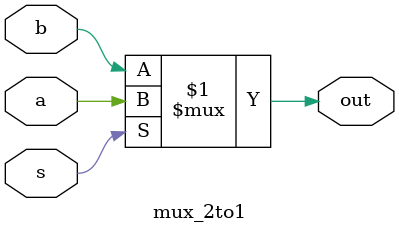
<source format=v>
`timescale 1ns / 1ps


module mux_2to1(
    input s,
    input a,
    input b,
    output out
    );
    
    assign out = (s) ? a : b;
endmodule

</source>
